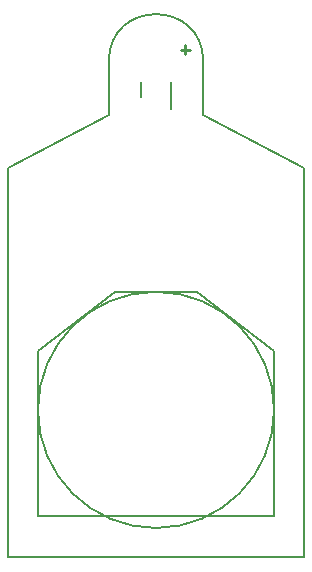
<source format=gbo>
G04 (created by PCBNEW (2013-02-02 BZR 3928)-testing) date Mon 15 Sep 2014 08:44:07 BST*
%MOIN*%
G04 Gerber Fmt 3.4, Leading zero omitted, Abs format*
%FSLAX34Y34*%
G01*
G70*
G90*
G04 APERTURE LIST*
%ADD10C,0.006*%
%ADD11C,0.00590551*%
%ADD12C,0.00787402*%
%ADD13C,0.00984252*%
G04 APERTURE END LIST*
G54D10*
G54D11*
X25196Y-9251D02*
G75*
G03X22047Y-9251I-1574J0D01*
G74*
G01*
X22047Y-11023D02*
X22047Y-9251D01*
X18700Y-12795D02*
X22047Y-11023D01*
X25196Y-11023D02*
X25196Y-9251D01*
X28543Y-12795D02*
X25196Y-11023D01*
G54D12*
X23129Y-9940D02*
X23129Y-10433D01*
X24114Y-9940D02*
X24114Y-10826D01*
G54D13*
X24756Y-8867D02*
X24456Y-8867D01*
X24606Y-9017D02*
X24606Y-8717D01*
G54D11*
X18700Y-12795D02*
X18700Y-25787D01*
X28543Y-12795D02*
X28543Y-25787D01*
X28543Y-25787D02*
X18700Y-25787D01*
X25000Y-16929D02*
X22244Y-16929D01*
X22244Y-16929D02*
X19685Y-18897D01*
X19685Y-18897D02*
X19685Y-24409D01*
X19685Y-24409D02*
X27559Y-24409D01*
X27559Y-24409D02*
X27559Y-18897D01*
X27559Y-18897D02*
X25000Y-16929D01*
X27559Y-20866D02*
G75*
G03X27559Y-20866I-3937J0D01*
G74*
G01*
M02*

</source>
